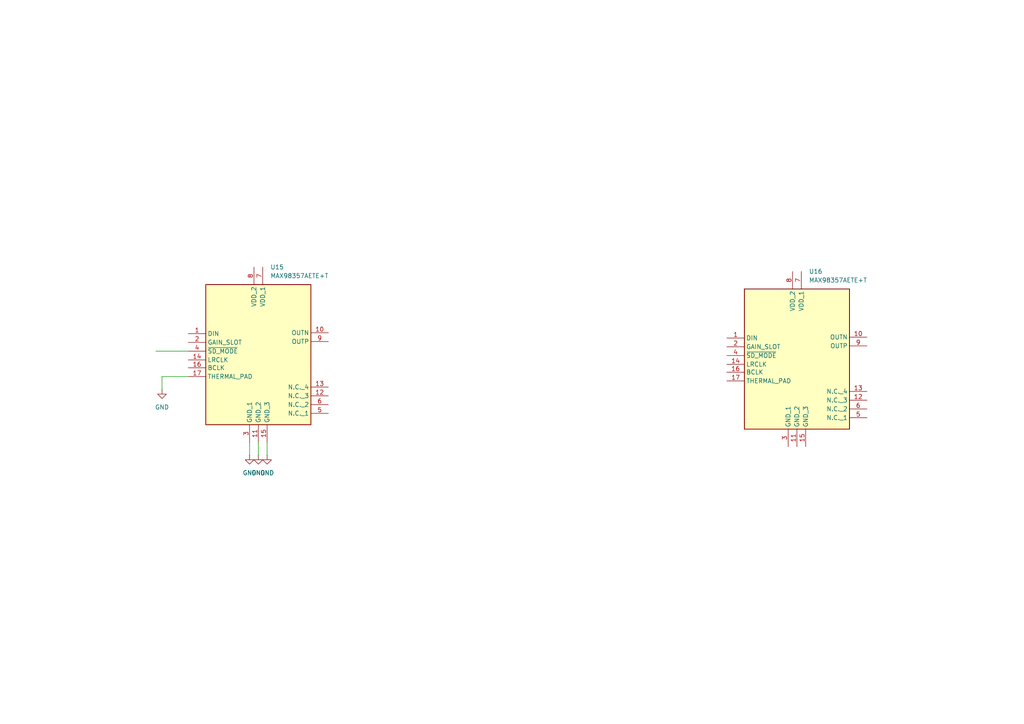
<source format=kicad_sch>
(kicad_sch (version 20231120) (generator "eeschema") (generator_version "8.0")
  (paper "A4")
  (lib_symbols
    (symbol "UniversalRemoteControllerLibary:MAX98357AETE+T"
      (property "Reference" "U" (at 36.83 25.4 0))
      (property "Value" "MAX98357AETE+T" (at 36.83 22.86 0))
      (symbol "MAX98357AETE+T_1_1"
        (rectangle (start 5.08 20.32) (end 35.56 -20.32) (stroke (width 0.254)) (fill (type background)))
        (pin passive line (at 0 6.096 0) (length 5.08) (name "DIN") (number "1"))
        (pin passive line (at 40.64 6.35 180) (length 5.08) (name "OUTN") (number "10"))
        (pin passive line (at 20.32 -25.4 90) (length 5.08) (name "GND_2") (number "11"))
        (pin passive line (at 40.64 -11.938 180) (length 5.08) (name "N.C._3") (number "12"))
        (pin passive line (at 40.64 -9.398 180) (length 5.08) (name "N.C._4") (number "13"))
        (pin passive line (at 0 -1.524 0) (length 5.08) (name "LRCLK") (number "14"))
        (pin passive line (at 22.86 -25.4 90) (length 5.08) (name "GND_3") (number "15"))
        (pin passive line (at 0 -3.81 0) (length 5.08) (name "BCLK") (number "16"))
        (pin passive line (at 0 -6.35 0) (length 5.08) (name "THERMAL_PAD") (number "17"))
        (pin passive line (at 0 3.556 0) (length 5.08) (name "GAIN_SLOT") (number "2"))
        (pin passive line (at 17.78 -25.4 90) (length 5.08) (name "GND_1") (number "3"))
        (pin passive line (at 0 1.016 0) (length 5.08) (name "~{SD_MODE}") (number "4"))
        (pin passive line (at 40.64 -17.018 180) (length 5.08) (name "N.C._1") (number "5"))
        (pin passive line (at 40.64 -14.478 180) (length 5.08) (name "N.C._2") (number "6"))
        (pin passive line (at 21.59 25.4 270) (length 5.08) (name "VDD_1") (number "7"))
        (pin passive line (at 19.05 25.4 270) (length 5.08) (name "VDD_2") (number "8"))
        (pin passive line (at 40.64 3.81 180) (length 5.08) (name "OUTP") (number "9"))
      )
    )
    (symbol "power:GND" (power) (pin_numbers hide) (pin_names (offset 0) hide)
      (property "Value" "GND" (at 0 -3.81 0))
      (symbol "GND_0_1"
        (polyline (pts (xy 0 0) (xy 0 -1.27) (xy 1.27 -1.27) (xy 0 -2.54) (xy -1.27 -1.27) (xy 0 -1.27)))
      )
      (symbol "GND_1_1"
        (pin power_in line (at 0 0 270) (length 0) (name "~") (number "1"))
      )
    )
  )
  (wire (pts (xy 74.93 128.27) (xy 74.93 132.08)))
  (wire (pts (xy 46.99 109.22) (xy 46.99 113.03)))
  (wire (pts (xy 54.61 101.854) (xy 45.212 101.854)))
  (wire (pts (xy 77.47 128.27) (xy 77.47 132.08)))
  (wire (pts (xy 72.39 128.27) (xy 72.39 132.08)))
  (wire (pts (xy 54.61 109.22) (xy 46.99 109.22)))
  (symbol (lib_id "UniversalRemoteControllerLibary:MAX98357AETE+T") (at 54.61 102.87 0) (unit 1)
    (property "Reference" "U15" (at 78.3941 77.47 0) (effects (justify left)))
    (property "Value" "MAX98357AETE+T" (at 78.3941 80.01 0) (effects (justify left)))
    (property "Footprint" "UniversalRemoteControllerLibrary:QFN50P300X300X80-17N" (effects (hide yes)))
    (property "Datasheet" "https://datasheets.maximintegrated.com/en/ds/MAX98357A-MAX98357B.pdf" (effects (hide yes)))
    (property "Description" "Audio Amplifiers Digital Input Class D Amplifier" (effects (hide yes)))
    (property "Height" "0.8" (effects (hide yes)))
    (property "Mouser Part Number" "700-MAX98357AETE+T" (effects (hide yes)))
    (property "Mouser Price/Stock" "https://www.mouser.co.uk/ProductDetail/Analog-Devices-Maxim-Integrated/MAX98357AETE%2bT?qs=AAveGqk956HhNpoJjF5x2g%3D%3D" (effects (hide yes)))
    (property "Manufacturer_Name" "Analog Devices" (effects (hide yes)))
    (property "Manufacturer_Part_Number" "MAX98357AETE+T" (effects (hide yes)))
    (property "OrderCode" "700-MAX98357AETE+T" (effects (hide yes)))
    (property "Distributor" "Mouser" (effects (hide yes)))
  )
  (symbol (lib_id "power:GND") (at 46.99 113.03 0) (unit 1)
    (property "Reference" "#PWR0153" (effects (hide yes)))
    (property "Value" "GND" (at 46.99 118.11 0))
    (property "Description" "Power symbol creates a global label with name \"GND\" , ground" (effects (hide yes)))
  )
  (symbol (lib_id "power:GND") (at 77.47 132.08 0) (unit 1)
    (property "Reference" "#PWR0152" (effects (hide yes)))
    (property "Value" "GND" (at 77.47 137.16 0))
    (property "Description" "Power symbol creates a global label with name \"GND\" , ground" (effects (hide yes)))
  )
  (symbol (lib_id "power:GND") (at 74.93 132.08 0) (unit 1)
    (property "Reference" "#PWR0151" (effects (hide yes)))
    (property "Value" "GND" (at 74.93 137.16 0))
    (property "Description" "Power symbol creates a global label with name \"GND\" , ground" (effects (hide yes)))
  )
  (symbol (lib_id "UniversalRemoteControllerLibary:MAX98357AETE+T") (at 210.82 104.14 0) (unit 1)
    (property "Reference" "U16" (at 234.6041 78.74 0) (effects (justify left)))
    (property "Value" "MAX98357AETE+T" (at 234.6041 81.28 0) (effects (justify left)))
    (property "Footprint" "UniversalRemoteControllerLibrary:QFN50P300X300X80-17N" (effects (hide yes)))
    (property "Datasheet" "https://datasheets.maximintegrated.com/en/ds/MAX98357A-MAX98357B.pdf" (effects (hide yes)))
    (property "Description" "Audio Amplifiers Digital Input Class D Amplifier" (effects (hide yes)))
    (property "Height" "0.8" (effects (hide yes)))
    (property "Mouser Part Number" "700-MAX98357AETE+T" (effects (hide yes)))
    (property "Mouser Price/Stock" "https://www.mouser.co.uk/ProductDetail/Analog-Devices-Maxim-Integrated/MAX98357AETE%2bT?qs=AAveGqk956HhNpoJjF5x2g%3D%3D" (effects (hide yes)))
    (property "Manufacturer_Name" "Analog Devices" (effects (hide yes)))
    (property "Manufacturer_Part_Number" "MAX98357AETE+T" (effects (hide yes)))
    (property "OrderCode" "700-MAX98357AETE+T" (effects (hide yes)))
    (property "Distributor" "Mouser" (effects (hide yes)))
  )
  (symbol (lib_id "power:GND") (at 72.39 132.08 0) (unit 1)
    (property "Reference" "#PWR0150" (effects (hide yes)))
    (property "Value" "GND" (at 72.39 137.16 0))
    (property "Description" "Power symbol creates a global label with name \"GND\" , ground" (effects (hide yes)))
  )
)
</source>
